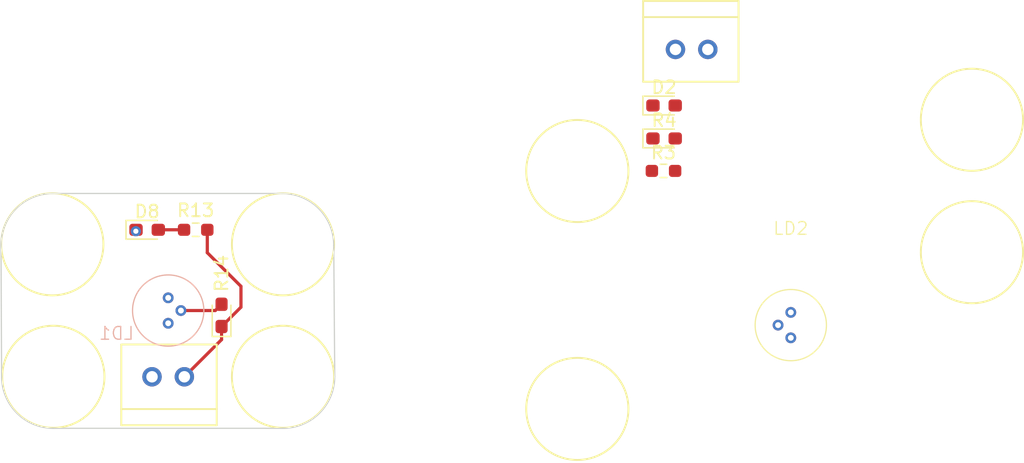
<source format=kicad_pcb>
(kicad_pcb (version 20221018) (generator pcbnew)
  (layers (0 "F.Cu" signal) (31 "B.Cu" signal) (34 "B.Paste" user) (35 "F.Paste" user) (36 "B.SilkS" user "B.Silkscreen") (37 "F.SilkS" user "F.Silkscreen") (38 "B.Mask" user) (39 "F.Mask" user) (44 "Edge.Cuts" user))
  (net 0 "")
  (net 1 "+5V")
  (net 2 "GND")
  (net 3 "Net-(D2-A)")
  (net 4 "Net-(LD2-Pad2)")
  (footprint "MRDT_Connectors:MOLEX_SL_02_Vertical" (layer "F.Cu") (at 185.25288 60.63752)
    (fp_text reference "Conn2" hide)
    (fp_text value "LD")
    (fp_line (start -2.54 -3.81) (end 4.953 -3.81) (stroke (width 0.15)) (layer "F.SilkS"))
    (fp_line (start -2.54 -2.54) (end -2.54 -3.81) (stroke (width 0.15)) (layer "F.SilkS"))
    (fp_line (start -2.54 -2.54) (end -2.54 2.54) (stroke (width 0.15)) (layer "F.SilkS"))
    (fp_line (start -2.54 -2.54) (end 4.953 -2.54) (stroke (width 0.15)) (layer "F.SilkS"))
    (fp_line (start 4.953 -3.81) (end 4.953 -2.54) (stroke (width 0.15)) (layer "F.SilkS"))
    (fp_line (start 4.953 -2.54) (end 4.953 2.54) (stroke (width 0.15)) (layer "F.SilkS"))
    (fp_line (start 4.953 2.54) (end -2.54 2.54) (stroke (width 0.15)) (layer "F.SilkS"))
    (pad "1" thru_hole circle (at 0 0) (size 1.524 1.524) (drill 0.9) (layers "*.Cu" "*.Mask") (net 1 "+5V"))
    (pad "2" thru_hole circle (at 2.54 0) (size 1.524 1.524) (drill 0.9) (layers "*.Cu" "*.Mask") (net 2 "GND"))
  )
  (footprint "MRDT_Drill_Holes:4_40_Hole_Corner" (layer "F.Cu") (at 173.53788 92.90812)
    (fp_text reference "H4" hide)
    (fp_text value "MountingHole" hide)
    (fp_circle (center 4.00812 -4.00812) (end 4.00812 0.00508) (stroke (width 0.15)) (fill none) (layer "F.SilkS"))
    (pad "" np_thru_hole circle (at 4.00812 -4.00812) (size 2.9464 2.9464) (drill 2.9464) (layers "*.Cu" "*.Mask") (clearance 2.5))
  )
  (footprint "MRDT_Connectors:MOLEX_SL_02_Vertical" (layer "F.Cu") (at 146.685 86.374 180)
    (fp_text reference "Conn7" hide)
    (fp_text value "LD")
    (fp_line (start -2.54 -3.81) (end 4.953 -3.81) (stroke (width 0.15)) (layer "F.SilkS"))
    (fp_line (start -2.54 -2.54) (end -2.54 -3.81) (stroke (width 0.15)) (layer "F.SilkS"))
    (fp_line (start -2.54 -2.54) (end -2.54 2.54) (stroke (width 0.15)) (layer "F.SilkS"))
    (fp_line (start -2.54 -2.54) (end 4.953 -2.54) (stroke (width 0.15)) (layer "F.SilkS"))
    (fp_line (start 4.953 -3.81) (end 4.953 -2.54) (stroke (width 0.15)) (layer "F.SilkS"))
    (fp_line (start 4.953 -2.54) (end 4.953 2.54) (stroke (width 0.15)) (layer "F.SilkS"))
    (fp_line (start 4.953 2.54) (end -2.54 2.54) (stroke (width 0.15)) (layer "F.SilkS"))
    (pad "1" thru_hole circle (at 0 0 180) (size 1.524 1.524) (drill 0.9) (layers "*.Cu" "*.Mask"))
    (pad "2" thru_hole circle (at 2.54 0 180) (size 1.524 1.524) (drill 0.9) (layers "*.Cu" "*.Mask"))
  )
  (footprint "LED_SMD:LED_0603_1608Metric_Pad1.05x0.95mm_HandSolder" (layer "F.Cu") (at 143.764 74.817)
    (fp_text reference "D8" (at 0 -1.43) (layer "F.SilkS"))
    (fp_text value "Green")
    (fp_line (start -1.66 -0.735) (end -1.66 0.735) (stroke (width 0.12)) (layer "F.SilkS"))
    (fp_line (start -1.66 0.735) (end 0.8 0.735) (stroke (width 0.12)) (layer "F.SilkS"))
    (fp_line (start 0.8 -0.735) (end -1.66 -0.735) (stroke (width 0.12)) (layer "F.SilkS"))
    (pad "1" smd roundrect (at -0.875 0) (size 1.05 0.95) (layers "F.Cu" "F.Paste" "F.Mask"))
    (pad "2" smd roundrect (at 0.875 0) (size 1.05 0.95) (layers "F.Cu" "F.Paste" "F.Mask"))
  )
  (footprint "MRDT_Drill_Holes:4_40_Hole_Corner" (layer "F.Cu") (at 140.3237 79.96812 90)
    (fp_text reference "H8" hide)
    (fp_text value "MountingHole" hide)
    (fp_circle (center 4.00812 -4.00812) (end 4.00812 0.00508) (stroke (width 0.15)) (fill none) (layer "F.SilkS"))
    (pad "" np_thru_hole circle (at 4.00812 -4.00812 90) (size 2.9464 2.9464) (drill 2.9464) (layers "F&B.Cu" "*.Mask") (clearance 2.5))
  )
  (footprint "Resistor_SMD:R_0603_1608Metric_Pad0.98x0.95mm_HandSolder" (layer "F.Cu") (at 184.31288 70.18752)
    (fp_text reference "R3" (at 0 -1.43) (layer "F.SilkS"))
    (fp_text value "300")
    (fp_line (start -0.254724 -0.5225) (end 0.254724 -0.5225) (stroke (width 0.12)) (layer "F.SilkS"))
    (fp_line (start -0.254724 0.5225) (end 0.254724 0.5225) (stroke (width 0.12)) (layer "F.SilkS"))
    (pad "1" smd roundrect (at -0.9125 0) (size 0.975 0.95) (layers "F.Cu" "F.Paste" "F.Mask") (net 1 "+5V"))
    (pad "2" smd roundrect (at 0.9125 0) (size 0.975 0.95) (layers "F.Cu" "F.Paste" "F.Mask") (net 3 "Net-(D2-A)"))
  )
  (footprint "MRDT_Drill_Holes:4_40_Hole_Corner" (layer "F.Cu") (at 150.42388 79.96812)
    (fp_text reference "H6" hide)
    (fp_text value "MountingHole" hide)
    (fp_circle (center 4.00812 -4.00812) (end 4.00812 0.00508) (stroke (width 0.15)) (fill none) (layer "F.SilkS"))
    (pad "" np_thru_hole circle (at 4.00812 -4.00812) (size 2.9464 2.9464) (drill 2.9464) (layers "F&B.Cu" "*.Mask") (clearance 2.5))
  )
  (footprint "LED_SMD:LED_0603_1608Metric_Pad1.05x0.95mm_HandSolder" (layer "F.Cu") (at 184.35788 67.63752)
    (fp_text reference "R4" (at 0 -1.43) (layer "F.SilkS"))
    (fp_text value "85")
    (fp_line (start -1.66 -0.735) (end -1.66 0.735) (stroke (width 0.12)) (layer "F.SilkS"))
    (fp_line (start -1.66 0.735) (end 0.8 0.735) (stroke (width 0.12)) (layer "F.SilkS"))
    (fp_line (start 0.8 -0.735) (end -1.66 -0.735) (stroke (width 0.12)) (layer "F.SilkS"))
    (pad "1" smd roundrect (at -0.875 0) (size 1.05 0.95) (layers "F.Cu" "F.Paste" "F.Mask") (net 1 "+5V"))
    (pad "2" smd roundrect (at 0.875 0) (size 1.05 0.95) (layers "F.Cu" "F.Paste" "F.Mask") (net 4 "Net-(LD2-Pad2)"))
  )
  (footprint "Resistor_SMD:R_0603_1608Metric_Pad0.98x0.95mm_HandSolder" (layer "F.Cu") (at 147.574 74.817 180)
    (fp_text reference "R13" (at 0 1.524) (layer "F.SilkS"))
    (fp_text value "300")
    (fp_line (start -0.254724 -0.5225) (end 0.254724 -0.5225) (stroke (width 0.12)) (layer "F.SilkS"))
    (fp_line (start -0.254724 0.5225) (end 0.254724 0.5225) (stroke (width 0.12)) (layer "F.SilkS"))
    (pad "1" smd roundrect (at -0.9125 0 180) (size 0.975 0.95) (layers "F.Cu" "F.Paste" "F.Mask"))
    (pad "2" smd roundrect (at 0.9125 0 180) (size 0.975 0.95) (layers "F.Cu" "F.Paste" "F.Mask"))
  )
  (footprint "MRDT_Drill_Holes:4_40_Hole_Corner" (layer "F.Cu") (at 140.40612 82.36588 180)
    (fp_text reference "H5" hide)
    (fp_text value "MountingHole" hide)
    (fp_circle (center 4.00812 -4.00812) (end 4.00812 0.00508) (stroke (width 0.15)) (fill none) (layer "F.SilkS"))
    (pad "" np_thru_hole circle (at 4.00812 -4.00812 180) (size 2.9464 2.9464) (drill 2.9464) (layers "F&B.Cu" "*.Mask") (clearance 2.5))
  )
  (footprint "LED_SMD:LED_0603_1608Metric_Pad1.05x0.95mm_HandSolder" (layer "F.Cu") (at 149.606 81.548 90)
    (fp_text reference "R14" (at 3.302 0 90) (layer "F.SilkS"))
    (fp_text value "85")
    (fp_line (start -1.66 -0.735) (end -1.66 0.735) (stroke (width 0.12)) (layer "F.SilkS"))
    (fp_line (start -1.66 0.735) (end 0.8 0.735) (stroke (width 0.12)) (layer "F.SilkS"))
    (fp_line (start 0.8 -0.735) (end -1.66 -0.735) (stroke (width 0.12)) (layer "F.SilkS"))
    (pad "1" smd roundrect (at -0.875 0 90) (size 1.05 0.95) (layers "F.Cu" "F.Paste" "F.Mask"))
    (pad "2" smd roundrect (at 0.875 0 90) (size 1.05 0.95) (layers "F.Cu" "F.Paste" "F.Mask"))
  )
  (footprint "MRDT_Drill_Holes:4_40_Hole_Corner" (layer "F.Cu") (at 204.52588 70.17512)
    (fp_text reference "H1" hide)
    (fp_text value "MountingHole" hide)
    (fp_circle (center 4.00812 -4.00812) (end 4.00812 0.00508) (stroke (width 0.15)) (fill none) (layer "F.SilkS"))
    (pad "" np_thru_hole circle (at 4.00812 -4.00812) (size 2.9464 2.9464) (drill 2.9464) (layers "*.Cu" "*.Mask") (clearance 2.5))
  )
  (footprint "MRDT_Drill_Holes:4_40_Hole_Corner" (layer "F.Cu") (at 204.52588 72.57288 -90)
    (fp_text reference "H3" hide)
    (fp_text value "MountingHole" hide)
    (fp_circle (center 4.00812 -4.00812) (end 4.00812 0.00508) (stroke (width 0.15)) (fill none) (layer "F.SilkS"))
    (pad "" np_thru_hole circle (at 4.00812 -4.00812 270) (size 2.9464 2.9464) (drill 2.9464) (layers "*.Cu" "*.Mask") (clearance 2.5))
  )
  (footprint "MRDT_Drill_Holes:4_40_Hole_Corner" (layer "F.Cu") (at 150.42388 82.36588 -90)
    (fp_text reference "H9" hide)
    (fp_text value "MountingHole" hide)
    (fp_circle (center 4.00812 -4.00812) (end 4.00812 0.00508) (stroke (width 0.15)) (fill none) (layer "F.SilkS"))
    (pad "" np_thru_hole circle (at 4.00812 -4.00812 270) (size 2.9464 2.9464) (drill 2.9464) (layers "F&B.Cu" "*.Mask") (clearance 2.5))
  )
  (footprint "MRDT_Drill_Holes:4_40_Hole_Corner" (layer "F.Cu") (at 173.53788 74.20532)
    (fp_text reference "H2" hide)
    (fp_text value "MountingHole" hide)
    (fp_circle (center 4.00812 -4.00812) (end 4.00812 0.00508) (stroke (width 0.15)) (fill none) (layer "F.SilkS"))
    (pad "" np_thru_hole circle (at 4.00812 -4.00812) (size 2.9464 2.9464) (drill 2.9464) (layers "*.Cu" "*.Mask") (clearance 2.5))
  )
  (footprint "LED_SMD:LED_0603_1608Metric_Pad1.05x0.95mm_HandSolder" (layer "F.Cu") (at 184.35788 65.04752)
    (fp_text reference "D2" (at 0 -1.43) (layer "F.SilkS"))
    (fp_text value "Green")
    (fp_line (start -1.66 -0.735) (end -1.66 0.735) (stroke (width 0.12)) (layer "F.SilkS"))
    (fp_line (start -1.66 0.735) (end 0.8 0.735) (stroke (width 0.12)) (layer "F.SilkS"))
    (fp_line (start 0.8 -0.735) (end -1.66 -0.735) (stroke (width 0.12)) (layer "F.SilkS"))
    (pad "1" smd roundrect (at -0.875 0) (size 1.05 0.95) (layers "F.Cu" "F.Paste" "F.Mask") (net 2 "GND"))
    (pad "2" smd roundrect (at 0.875 0) (size 1.05 0.95) (layers "F.Cu" "F.Paste" "F.Mask") (net 3 "Net-(D2-A)"))
  )
  (footprint "FTIR_Footprints:RLD63NPC5" (layer "F.Cu") (at 194.31 82.312)
    (fp_text reference "LD2" (at 0 -7.6 unlocked) (layer "F.SilkS") (effects (font (thickness 0.1))))
    (fp_text value "D_Laser_Photo_NType")
    (fp_circle (center 0 0) (end 2.8 0) (stroke (width 0.1)) (fill none) (layer "F.SilkS"))
    (pad "1" thru_hole circle (at 0 -1) (size 0.85 0.85) (drill 0.46) (layers "*.Cu" "*.Mask") (net 2 "GND"))
    (pad "2" thru_hole circle (at -1 0) (size 0.85 0.85) (drill 0.46) (layers "*.Cu" "*.Mask") (net 4 "Net-(LD2-Pad2)"))
    (pad "3" thru_hole circle (at 0 1) (size 0.85 0.85) (drill 0.46) (layers "*.Cu" "*.Mask"))
  )
  (footprint "FTIR_Footprints:RLD63NPC5" (layer "B.Cu") (at 145.415 81.167 180)
    (fp_text reference "LD1" (at 4.064 -1.794 unlocked) (layer "B.SilkS") (effects (font (thickness 0.1)) (justify mirror)))
    (fp_text value "D_Laser_Photo_NType" hide)
    (fp_circle (center 0 0) (end 2.8 0) (stroke (width 0.1)) (fill none) (layer "B.SilkS"))
    (pad "1" thru_hole circle (at 0 1 180) (size 0.85 0.85) (drill 0.46) (layers "*.Cu" "*.Mask"))
    (pad "2" thru_hole circle (at -1 0 180) (size 0.85 0.85) (drill 0.46) (layers "*.Cu" "*.Mask"))
    (pad "3" thru_hole circle (at 0 -1 180) (size 0.85 0.85) (drill 0.46) (layers "*.Cu" "*.Mask"))
  )
  (gr_line (start 132.286682 76.025682) (end 132.334 86.36) (stroke (width 0.1)) (layer "Edge.Cuts"))
  (gr_arc (start 154.352318 71.961682) (mid 157.225991 73.152009) (end 158.416318 76.025682) (stroke (width 0.1)) (layer "Edge.Cuts"))
  (gr_arc (start 132.286682 76.025682) (mid 133.476997 73.151997) (end 136.350682 71.961682) (stroke (width 0.1)) (layer "Edge.Cuts"))
  (gr_arc (start 136.398 90.424) (mid 133.524315 89.233685) (end 132.334 86.36) (stroke (width 0.1)) (layer "Edge.Cuts"))
  (gr_line (start 158.496 86.36) (end 158.416318 76.025682) (stroke (width 0.1)) (layer "Edge.Cuts"))
  (gr_line (start 154.352318 71.961682) (end 136.350682 71.961682) (stroke (width 0.1)) (layer "Edge.Cuts"))
  (gr_arc (start 158.496 86.36) (mid 157.305673 89.233673) (end 154.432 90.424) (stroke (width 0.1)) (layer "Edge.Cuts"))
  (gr_line (start 136.398 90.424) (end 154.432 90.424) (stroke (width 0.1)) (layer "Edge.Cuts"))
  (segment (start 151.13 79.262) (end 151.13 80.899) (width 0.25) (layer "F.Cu") (net 0))
  (segment (start 148.4865 76.6185) (end 151.13 79.262) (width 0.25) (layer "F.Cu") (net 0))
  (segment (start 144.639 74.817) (end 146.6615 74.817) (width 0.25) (layer "F.Cu") (net 0))
  (segment (start 151.13 80.899) (end 149.606 82.423) (width 0.25) (layer "F.Cu") (net 0))
  (segment (start 148.4865 74.817) (end 148.4865 76.6185) (width 0.25) (layer "F.Cu") (net 0))
  (segment (start 146.685 86.374) (end 149.606 83.453) (width 0.25) (layer "F.Cu") (net 0))
  (segment (start 146.415 81.167) (end 149.112 81.167) (width 0.25) (layer "F.Cu") (net 0))
  (segment (start 149.112 81.167) (end 149.606 80.673) (width 0.25) (layer "F.Cu") (net 0))
  (segment (start 149.606 83.453) (end 149.606 82.423) (width 0.25) (layer "F.Cu") (net 0))
  (via (at 142.875 74.93) (size 0.8) (drill 0.4) (layers "F.Cu" "B.Cu") (net 0))
)
</source>
